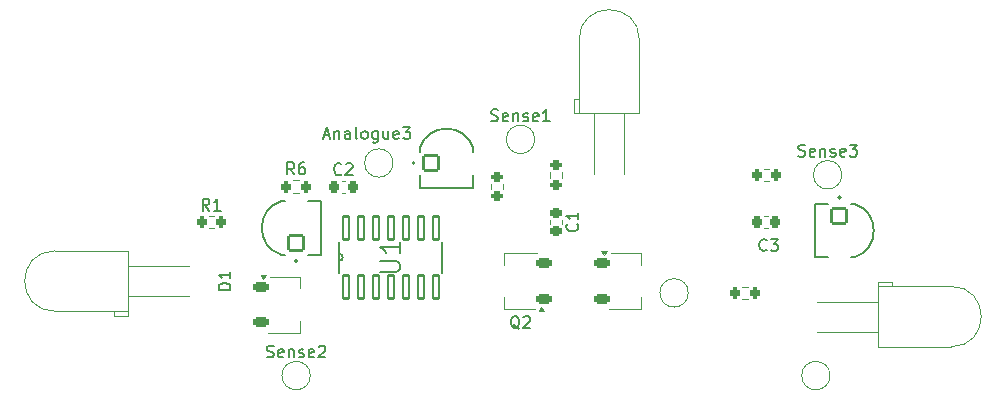
<source format=gbr>
%TF.GenerationSoftware,KiCad,Pcbnew,8.0.1*%
%TF.CreationDate,2024-03-24T23:46:15+02:00*%
%TF.ProjectId,_autosave-_autosave-Assignment 2,5f617574-6f73-4617-9665-2d5f6175746f,rev?*%
%TF.SameCoordinates,Original*%
%TF.FileFunction,Legend,Top*%
%TF.FilePolarity,Positive*%
%FSLAX46Y46*%
G04 Gerber Fmt 4.6, Leading zero omitted, Abs format (unit mm)*
G04 Created by KiCad (PCBNEW 8.0.1) date 2024-03-24 23:46:15*
%MOMM*%
%LPD*%
G01*
G04 APERTURE LIST*
G04 Aperture macros list*
%AMRoundRect*
0 Rectangle with rounded corners*
0 $1 Rounding radius*
0 $2 $3 $4 $5 $6 $7 $8 $9 X,Y pos of 4 corners*
0 Add a 4 corners polygon primitive as box body*
4,1,4,$2,$3,$4,$5,$6,$7,$8,$9,$2,$3,0*
0 Add four circle primitives for the rounded corners*
1,1,$1+$1,$2,$3*
1,1,$1+$1,$4,$5*
1,1,$1+$1,$6,$7*
1,1,$1+$1,$8,$9*
0 Add four rect primitives between the rounded corners*
20,1,$1+$1,$2,$3,$4,$5,0*
20,1,$1+$1,$4,$5,$6,$7,0*
20,1,$1+$1,$6,$7,$8,$9,0*
20,1,$1+$1,$8,$9,$2,$3,0*%
%AMFreePoly0*
4,1,9,3.862500,-0.866500,0.737500,-0.866500,0.737500,-0.450000,-0.737500,-0.450000,-0.737500,0.450000,0.737500,0.450000,0.737500,0.866500,3.862500,0.866500,3.862500,-0.866500,3.862500,-0.866500,$1*%
G04 Aperture macros list end*
%ADD10C,0.150000*%
%ADD11C,0.120000*%
%ADD12C,0.127000*%
%ADD13C,0.200000*%
%ADD14C,0.152400*%
%ADD15C,2.000000*%
%ADD16RoundRect,0.225000X-0.225000X-0.250000X0.225000X-0.250000X0.225000X0.250000X-0.225000X0.250000X0*%
%ADD17R,1.800000X1.800000*%
%ADD18C,1.800000*%
%ADD19RoundRect,0.225000X0.225000X0.250000X-0.225000X0.250000X-0.225000X-0.250000X0.225000X-0.250000X0*%
%ADD20RoundRect,0.225000X-0.425000X-0.225000X0.425000X-0.225000X0.425000X0.225000X-0.425000X0.225000X0*%
%ADD21FreePoly0,0.000000*%
%ADD22RoundRect,0.200000X0.275000X-0.200000X0.275000X0.200000X-0.275000X0.200000X-0.275000X-0.200000X0*%
%ADD23RoundRect,0.200000X0.200000X0.275000X-0.200000X0.275000X-0.200000X-0.275000X0.200000X-0.275000X0*%
%ADD24C,1.462000*%
%ADD25RoundRect,0.102000X0.629000X-0.629000X0.629000X0.629000X-0.629000X0.629000X-0.629000X-0.629000X0*%
%ADD26RoundRect,0.102000X-0.629000X-0.629000X0.629000X-0.629000X0.629000X0.629000X-0.629000X0.629000X0*%
%ADD27RoundRect,0.200000X-0.275000X0.200000X-0.275000X-0.200000X0.275000X-0.200000X0.275000X0.200000X0*%
%ADD28RoundRect,0.225000X-0.250000X0.225000X-0.250000X-0.225000X0.250000X-0.225000X0.250000X0.225000X0*%
%ADD29RoundRect,0.102000X-0.629000X0.629000X-0.629000X-0.629000X0.629000X-0.629000X0.629000X0.629000X0*%
%ADD30RoundRect,0.225000X0.425000X0.225000X-0.425000X0.225000X-0.425000X-0.225000X0.425000X-0.225000X0*%
%ADD31FreePoly0,180.000000*%
%ADD32RoundRect,0.102000X0.254000X-0.990600X0.254000X0.990600X-0.254000X0.990600X-0.254000X-0.990600X0*%
%ADD33RoundRect,0.200000X-0.200000X-0.275000X0.200000X-0.275000X0.200000X0.275000X-0.200000X0.275000X0*%
%ADD34R,1.700000X1.700000*%
%ADD35O,1.700000X1.700000*%
G04 APERTURE END LIST*
D10*
X120523809Y-124409200D02*
X120666666Y-124456819D01*
X120666666Y-124456819D02*
X120904761Y-124456819D01*
X120904761Y-124456819D02*
X120999999Y-124409200D01*
X120999999Y-124409200D02*
X121047618Y-124361580D01*
X121047618Y-124361580D02*
X121095237Y-124266342D01*
X121095237Y-124266342D02*
X121095237Y-124171104D01*
X121095237Y-124171104D02*
X121047618Y-124075866D01*
X121047618Y-124075866D02*
X120999999Y-124028247D01*
X120999999Y-124028247D02*
X120904761Y-123980628D01*
X120904761Y-123980628D02*
X120714285Y-123933009D01*
X120714285Y-123933009D02*
X120619047Y-123885390D01*
X120619047Y-123885390D02*
X120571428Y-123837771D01*
X120571428Y-123837771D02*
X120523809Y-123742533D01*
X120523809Y-123742533D02*
X120523809Y-123647295D01*
X120523809Y-123647295D02*
X120571428Y-123552057D01*
X120571428Y-123552057D02*
X120619047Y-123504438D01*
X120619047Y-123504438D02*
X120714285Y-123456819D01*
X120714285Y-123456819D02*
X120952380Y-123456819D01*
X120952380Y-123456819D02*
X121095237Y-123504438D01*
X121904761Y-124409200D02*
X121809523Y-124456819D01*
X121809523Y-124456819D02*
X121619047Y-124456819D01*
X121619047Y-124456819D02*
X121523809Y-124409200D01*
X121523809Y-124409200D02*
X121476190Y-124313961D01*
X121476190Y-124313961D02*
X121476190Y-123933009D01*
X121476190Y-123933009D02*
X121523809Y-123837771D01*
X121523809Y-123837771D02*
X121619047Y-123790152D01*
X121619047Y-123790152D02*
X121809523Y-123790152D01*
X121809523Y-123790152D02*
X121904761Y-123837771D01*
X121904761Y-123837771D02*
X121952380Y-123933009D01*
X121952380Y-123933009D02*
X121952380Y-124028247D01*
X121952380Y-124028247D02*
X121476190Y-124123485D01*
X122380952Y-123790152D02*
X122380952Y-124456819D01*
X122380952Y-123885390D02*
X122428571Y-123837771D01*
X122428571Y-123837771D02*
X122523809Y-123790152D01*
X122523809Y-123790152D02*
X122666666Y-123790152D01*
X122666666Y-123790152D02*
X122761904Y-123837771D01*
X122761904Y-123837771D02*
X122809523Y-123933009D01*
X122809523Y-123933009D02*
X122809523Y-124456819D01*
X123238095Y-124409200D02*
X123333333Y-124456819D01*
X123333333Y-124456819D02*
X123523809Y-124456819D01*
X123523809Y-124456819D02*
X123619047Y-124409200D01*
X123619047Y-124409200D02*
X123666666Y-124313961D01*
X123666666Y-124313961D02*
X123666666Y-124266342D01*
X123666666Y-124266342D02*
X123619047Y-124171104D01*
X123619047Y-124171104D02*
X123523809Y-124123485D01*
X123523809Y-124123485D02*
X123380952Y-124123485D01*
X123380952Y-124123485D02*
X123285714Y-124075866D01*
X123285714Y-124075866D02*
X123238095Y-123980628D01*
X123238095Y-123980628D02*
X123238095Y-123933009D01*
X123238095Y-123933009D02*
X123285714Y-123837771D01*
X123285714Y-123837771D02*
X123380952Y-123790152D01*
X123380952Y-123790152D02*
X123523809Y-123790152D01*
X123523809Y-123790152D02*
X123619047Y-123837771D01*
X124476190Y-124409200D02*
X124380952Y-124456819D01*
X124380952Y-124456819D02*
X124190476Y-124456819D01*
X124190476Y-124456819D02*
X124095238Y-124409200D01*
X124095238Y-124409200D02*
X124047619Y-124313961D01*
X124047619Y-124313961D02*
X124047619Y-123933009D01*
X124047619Y-123933009D02*
X124095238Y-123837771D01*
X124095238Y-123837771D02*
X124190476Y-123790152D01*
X124190476Y-123790152D02*
X124380952Y-123790152D01*
X124380952Y-123790152D02*
X124476190Y-123837771D01*
X124476190Y-123837771D02*
X124523809Y-123933009D01*
X124523809Y-123933009D02*
X124523809Y-124028247D01*
X124523809Y-124028247D02*
X124047619Y-124123485D01*
X124904762Y-123552057D02*
X124952381Y-123504438D01*
X124952381Y-123504438D02*
X125047619Y-123456819D01*
X125047619Y-123456819D02*
X125285714Y-123456819D01*
X125285714Y-123456819D02*
X125380952Y-123504438D01*
X125380952Y-123504438D02*
X125428571Y-123552057D01*
X125428571Y-123552057D02*
X125476190Y-123647295D01*
X125476190Y-123647295D02*
X125476190Y-123742533D01*
X125476190Y-123742533D02*
X125428571Y-123885390D01*
X125428571Y-123885390D02*
X124857143Y-124456819D01*
X124857143Y-124456819D02*
X125476190Y-124456819D01*
X126833333Y-108929580D02*
X126785714Y-108977200D01*
X126785714Y-108977200D02*
X126642857Y-109024819D01*
X126642857Y-109024819D02*
X126547619Y-109024819D01*
X126547619Y-109024819D02*
X126404762Y-108977200D01*
X126404762Y-108977200D02*
X126309524Y-108881961D01*
X126309524Y-108881961D02*
X126261905Y-108786723D01*
X126261905Y-108786723D02*
X126214286Y-108596247D01*
X126214286Y-108596247D02*
X126214286Y-108453390D01*
X126214286Y-108453390D02*
X126261905Y-108262914D01*
X126261905Y-108262914D02*
X126309524Y-108167676D01*
X126309524Y-108167676D02*
X126404762Y-108072438D01*
X126404762Y-108072438D02*
X126547619Y-108024819D01*
X126547619Y-108024819D02*
X126642857Y-108024819D01*
X126642857Y-108024819D02*
X126785714Y-108072438D01*
X126785714Y-108072438D02*
X126833333Y-108120057D01*
X127214286Y-108120057D02*
X127261905Y-108072438D01*
X127261905Y-108072438D02*
X127357143Y-108024819D01*
X127357143Y-108024819D02*
X127595238Y-108024819D01*
X127595238Y-108024819D02*
X127690476Y-108072438D01*
X127690476Y-108072438D02*
X127738095Y-108120057D01*
X127738095Y-108120057D02*
X127785714Y-108215295D01*
X127785714Y-108215295D02*
X127785714Y-108310533D01*
X127785714Y-108310533D02*
X127738095Y-108453390D01*
X127738095Y-108453390D02*
X127166667Y-109024819D01*
X127166667Y-109024819D02*
X127785714Y-109024819D01*
X139523809Y-104409200D02*
X139666666Y-104456819D01*
X139666666Y-104456819D02*
X139904761Y-104456819D01*
X139904761Y-104456819D02*
X139999999Y-104409200D01*
X139999999Y-104409200D02*
X140047618Y-104361580D01*
X140047618Y-104361580D02*
X140095237Y-104266342D01*
X140095237Y-104266342D02*
X140095237Y-104171104D01*
X140095237Y-104171104D02*
X140047618Y-104075866D01*
X140047618Y-104075866D02*
X139999999Y-104028247D01*
X139999999Y-104028247D02*
X139904761Y-103980628D01*
X139904761Y-103980628D02*
X139714285Y-103933009D01*
X139714285Y-103933009D02*
X139619047Y-103885390D01*
X139619047Y-103885390D02*
X139571428Y-103837771D01*
X139571428Y-103837771D02*
X139523809Y-103742533D01*
X139523809Y-103742533D02*
X139523809Y-103647295D01*
X139523809Y-103647295D02*
X139571428Y-103552057D01*
X139571428Y-103552057D02*
X139619047Y-103504438D01*
X139619047Y-103504438D02*
X139714285Y-103456819D01*
X139714285Y-103456819D02*
X139952380Y-103456819D01*
X139952380Y-103456819D02*
X140095237Y-103504438D01*
X140904761Y-104409200D02*
X140809523Y-104456819D01*
X140809523Y-104456819D02*
X140619047Y-104456819D01*
X140619047Y-104456819D02*
X140523809Y-104409200D01*
X140523809Y-104409200D02*
X140476190Y-104313961D01*
X140476190Y-104313961D02*
X140476190Y-103933009D01*
X140476190Y-103933009D02*
X140523809Y-103837771D01*
X140523809Y-103837771D02*
X140619047Y-103790152D01*
X140619047Y-103790152D02*
X140809523Y-103790152D01*
X140809523Y-103790152D02*
X140904761Y-103837771D01*
X140904761Y-103837771D02*
X140952380Y-103933009D01*
X140952380Y-103933009D02*
X140952380Y-104028247D01*
X140952380Y-104028247D02*
X140476190Y-104123485D01*
X141380952Y-103790152D02*
X141380952Y-104456819D01*
X141380952Y-103885390D02*
X141428571Y-103837771D01*
X141428571Y-103837771D02*
X141523809Y-103790152D01*
X141523809Y-103790152D02*
X141666666Y-103790152D01*
X141666666Y-103790152D02*
X141761904Y-103837771D01*
X141761904Y-103837771D02*
X141809523Y-103933009D01*
X141809523Y-103933009D02*
X141809523Y-104456819D01*
X142238095Y-104409200D02*
X142333333Y-104456819D01*
X142333333Y-104456819D02*
X142523809Y-104456819D01*
X142523809Y-104456819D02*
X142619047Y-104409200D01*
X142619047Y-104409200D02*
X142666666Y-104313961D01*
X142666666Y-104313961D02*
X142666666Y-104266342D01*
X142666666Y-104266342D02*
X142619047Y-104171104D01*
X142619047Y-104171104D02*
X142523809Y-104123485D01*
X142523809Y-104123485D02*
X142380952Y-104123485D01*
X142380952Y-104123485D02*
X142285714Y-104075866D01*
X142285714Y-104075866D02*
X142238095Y-103980628D01*
X142238095Y-103980628D02*
X142238095Y-103933009D01*
X142238095Y-103933009D02*
X142285714Y-103837771D01*
X142285714Y-103837771D02*
X142380952Y-103790152D01*
X142380952Y-103790152D02*
X142523809Y-103790152D01*
X142523809Y-103790152D02*
X142619047Y-103837771D01*
X143476190Y-104409200D02*
X143380952Y-104456819D01*
X143380952Y-104456819D02*
X143190476Y-104456819D01*
X143190476Y-104456819D02*
X143095238Y-104409200D01*
X143095238Y-104409200D02*
X143047619Y-104313961D01*
X143047619Y-104313961D02*
X143047619Y-103933009D01*
X143047619Y-103933009D02*
X143095238Y-103837771D01*
X143095238Y-103837771D02*
X143190476Y-103790152D01*
X143190476Y-103790152D02*
X143380952Y-103790152D01*
X143380952Y-103790152D02*
X143476190Y-103837771D01*
X143476190Y-103837771D02*
X143523809Y-103933009D01*
X143523809Y-103933009D02*
X143523809Y-104028247D01*
X143523809Y-104028247D02*
X143047619Y-104123485D01*
X144476190Y-104456819D02*
X143904762Y-104456819D01*
X144190476Y-104456819D02*
X144190476Y-103456819D01*
X144190476Y-103456819D02*
X144095238Y-103599676D01*
X144095238Y-103599676D02*
X144000000Y-103694914D01*
X144000000Y-103694914D02*
X143904762Y-103742533D01*
X117439819Y-118733094D02*
X116439819Y-118733094D01*
X116439819Y-118733094D02*
X116439819Y-118494999D01*
X116439819Y-118494999D02*
X116487438Y-118352142D01*
X116487438Y-118352142D02*
X116582676Y-118256904D01*
X116582676Y-118256904D02*
X116677914Y-118209285D01*
X116677914Y-118209285D02*
X116868390Y-118161666D01*
X116868390Y-118161666D02*
X117011247Y-118161666D01*
X117011247Y-118161666D02*
X117201723Y-118209285D01*
X117201723Y-118209285D02*
X117296961Y-118256904D01*
X117296961Y-118256904D02*
X117392200Y-118352142D01*
X117392200Y-118352142D02*
X117439819Y-118494999D01*
X117439819Y-118494999D02*
X117439819Y-118733094D01*
X117439819Y-117209285D02*
X117439819Y-117780713D01*
X117439819Y-117494999D02*
X116439819Y-117494999D01*
X116439819Y-117494999D02*
X116582676Y-117590237D01*
X116582676Y-117590237D02*
X116677914Y-117685475D01*
X116677914Y-117685475D02*
X116725533Y-117780713D01*
X165523809Y-107409200D02*
X165666666Y-107456819D01*
X165666666Y-107456819D02*
X165904761Y-107456819D01*
X165904761Y-107456819D02*
X165999999Y-107409200D01*
X165999999Y-107409200D02*
X166047618Y-107361580D01*
X166047618Y-107361580D02*
X166095237Y-107266342D01*
X166095237Y-107266342D02*
X166095237Y-107171104D01*
X166095237Y-107171104D02*
X166047618Y-107075866D01*
X166047618Y-107075866D02*
X165999999Y-107028247D01*
X165999999Y-107028247D02*
X165904761Y-106980628D01*
X165904761Y-106980628D02*
X165714285Y-106933009D01*
X165714285Y-106933009D02*
X165619047Y-106885390D01*
X165619047Y-106885390D02*
X165571428Y-106837771D01*
X165571428Y-106837771D02*
X165523809Y-106742533D01*
X165523809Y-106742533D02*
X165523809Y-106647295D01*
X165523809Y-106647295D02*
X165571428Y-106552057D01*
X165571428Y-106552057D02*
X165619047Y-106504438D01*
X165619047Y-106504438D02*
X165714285Y-106456819D01*
X165714285Y-106456819D02*
X165952380Y-106456819D01*
X165952380Y-106456819D02*
X166095237Y-106504438D01*
X166904761Y-107409200D02*
X166809523Y-107456819D01*
X166809523Y-107456819D02*
X166619047Y-107456819D01*
X166619047Y-107456819D02*
X166523809Y-107409200D01*
X166523809Y-107409200D02*
X166476190Y-107313961D01*
X166476190Y-107313961D02*
X166476190Y-106933009D01*
X166476190Y-106933009D02*
X166523809Y-106837771D01*
X166523809Y-106837771D02*
X166619047Y-106790152D01*
X166619047Y-106790152D02*
X166809523Y-106790152D01*
X166809523Y-106790152D02*
X166904761Y-106837771D01*
X166904761Y-106837771D02*
X166952380Y-106933009D01*
X166952380Y-106933009D02*
X166952380Y-107028247D01*
X166952380Y-107028247D02*
X166476190Y-107123485D01*
X167380952Y-106790152D02*
X167380952Y-107456819D01*
X167380952Y-106885390D02*
X167428571Y-106837771D01*
X167428571Y-106837771D02*
X167523809Y-106790152D01*
X167523809Y-106790152D02*
X167666666Y-106790152D01*
X167666666Y-106790152D02*
X167761904Y-106837771D01*
X167761904Y-106837771D02*
X167809523Y-106933009D01*
X167809523Y-106933009D02*
X167809523Y-107456819D01*
X168238095Y-107409200D02*
X168333333Y-107456819D01*
X168333333Y-107456819D02*
X168523809Y-107456819D01*
X168523809Y-107456819D02*
X168619047Y-107409200D01*
X168619047Y-107409200D02*
X168666666Y-107313961D01*
X168666666Y-107313961D02*
X168666666Y-107266342D01*
X168666666Y-107266342D02*
X168619047Y-107171104D01*
X168619047Y-107171104D02*
X168523809Y-107123485D01*
X168523809Y-107123485D02*
X168380952Y-107123485D01*
X168380952Y-107123485D02*
X168285714Y-107075866D01*
X168285714Y-107075866D02*
X168238095Y-106980628D01*
X168238095Y-106980628D02*
X168238095Y-106933009D01*
X168238095Y-106933009D02*
X168285714Y-106837771D01*
X168285714Y-106837771D02*
X168380952Y-106790152D01*
X168380952Y-106790152D02*
X168523809Y-106790152D01*
X168523809Y-106790152D02*
X168619047Y-106837771D01*
X169476190Y-107409200D02*
X169380952Y-107456819D01*
X169380952Y-107456819D02*
X169190476Y-107456819D01*
X169190476Y-107456819D02*
X169095238Y-107409200D01*
X169095238Y-107409200D02*
X169047619Y-107313961D01*
X169047619Y-107313961D02*
X169047619Y-106933009D01*
X169047619Y-106933009D02*
X169095238Y-106837771D01*
X169095238Y-106837771D02*
X169190476Y-106790152D01*
X169190476Y-106790152D02*
X169380952Y-106790152D01*
X169380952Y-106790152D02*
X169476190Y-106837771D01*
X169476190Y-106837771D02*
X169523809Y-106933009D01*
X169523809Y-106933009D02*
X169523809Y-107028247D01*
X169523809Y-107028247D02*
X169047619Y-107123485D01*
X169857143Y-106456819D02*
X170476190Y-106456819D01*
X170476190Y-106456819D02*
X170142857Y-106837771D01*
X170142857Y-106837771D02*
X170285714Y-106837771D01*
X170285714Y-106837771D02*
X170380952Y-106885390D01*
X170380952Y-106885390D02*
X170428571Y-106933009D01*
X170428571Y-106933009D02*
X170476190Y-107028247D01*
X170476190Y-107028247D02*
X170476190Y-107266342D01*
X170476190Y-107266342D02*
X170428571Y-107361580D01*
X170428571Y-107361580D02*
X170380952Y-107409200D01*
X170380952Y-107409200D02*
X170285714Y-107456819D01*
X170285714Y-107456819D02*
X170000000Y-107456819D01*
X170000000Y-107456819D02*
X169904762Y-107409200D01*
X169904762Y-107409200D02*
X169857143Y-107361580D01*
X162833333Y-115359580D02*
X162785714Y-115407200D01*
X162785714Y-115407200D02*
X162642857Y-115454819D01*
X162642857Y-115454819D02*
X162547619Y-115454819D01*
X162547619Y-115454819D02*
X162404762Y-115407200D01*
X162404762Y-115407200D02*
X162309524Y-115311961D01*
X162309524Y-115311961D02*
X162261905Y-115216723D01*
X162261905Y-115216723D02*
X162214286Y-115026247D01*
X162214286Y-115026247D02*
X162214286Y-114883390D01*
X162214286Y-114883390D02*
X162261905Y-114692914D01*
X162261905Y-114692914D02*
X162309524Y-114597676D01*
X162309524Y-114597676D02*
X162404762Y-114502438D01*
X162404762Y-114502438D02*
X162547619Y-114454819D01*
X162547619Y-114454819D02*
X162642857Y-114454819D01*
X162642857Y-114454819D02*
X162785714Y-114502438D01*
X162785714Y-114502438D02*
X162833333Y-114550057D01*
X163166667Y-114454819D02*
X163785714Y-114454819D01*
X163785714Y-114454819D02*
X163452381Y-114835771D01*
X163452381Y-114835771D02*
X163595238Y-114835771D01*
X163595238Y-114835771D02*
X163690476Y-114883390D01*
X163690476Y-114883390D02*
X163738095Y-114931009D01*
X163738095Y-114931009D02*
X163785714Y-115026247D01*
X163785714Y-115026247D02*
X163785714Y-115264342D01*
X163785714Y-115264342D02*
X163738095Y-115359580D01*
X163738095Y-115359580D02*
X163690476Y-115407200D01*
X163690476Y-115407200D02*
X163595238Y-115454819D01*
X163595238Y-115454819D02*
X163309524Y-115454819D01*
X163309524Y-115454819D02*
X163214286Y-115407200D01*
X163214286Y-115407200D02*
X163166667Y-115359580D01*
X122833333Y-108954819D02*
X122500000Y-108478628D01*
X122261905Y-108954819D02*
X122261905Y-107954819D01*
X122261905Y-107954819D02*
X122642857Y-107954819D01*
X122642857Y-107954819D02*
X122738095Y-108002438D01*
X122738095Y-108002438D02*
X122785714Y-108050057D01*
X122785714Y-108050057D02*
X122833333Y-108145295D01*
X122833333Y-108145295D02*
X122833333Y-108288152D01*
X122833333Y-108288152D02*
X122785714Y-108383390D01*
X122785714Y-108383390D02*
X122738095Y-108431009D01*
X122738095Y-108431009D02*
X122642857Y-108478628D01*
X122642857Y-108478628D02*
X122261905Y-108478628D01*
X123690476Y-107954819D02*
X123500000Y-107954819D01*
X123500000Y-107954819D02*
X123404762Y-108002438D01*
X123404762Y-108002438D02*
X123357143Y-108050057D01*
X123357143Y-108050057D02*
X123261905Y-108192914D01*
X123261905Y-108192914D02*
X123214286Y-108383390D01*
X123214286Y-108383390D02*
X123214286Y-108764342D01*
X123214286Y-108764342D02*
X123261905Y-108859580D01*
X123261905Y-108859580D02*
X123309524Y-108907200D01*
X123309524Y-108907200D02*
X123404762Y-108954819D01*
X123404762Y-108954819D02*
X123595238Y-108954819D01*
X123595238Y-108954819D02*
X123690476Y-108907200D01*
X123690476Y-108907200D02*
X123738095Y-108859580D01*
X123738095Y-108859580D02*
X123785714Y-108764342D01*
X123785714Y-108764342D02*
X123785714Y-108526247D01*
X123785714Y-108526247D02*
X123738095Y-108431009D01*
X123738095Y-108431009D02*
X123690476Y-108383390D01*
X123690476Y-108383390D02*
X123595238Y-108335771D01*
X123595238Y-108335771D02*
X123404762Y-108335771D01*
X123404762Y-108335771D02*
X123309524Y-108383390D01*
X123309524Y-108383390D02*
X123261905Y-108431009D01*
X123261905Y-108431009D02*
X123214286Y-108526247D01*
X146789580Y-113166666D02*
X146837200Y-113214285D01*
X146837200Y-113214285D02*
X146884819Y-113357142D01*
X146884819Y-113357142D02*
X146884819Y-113452380D01*
X146884819Y-113452380D02*
X146837200Y-113595237D01*
X146837200Y-113595237D02*
X146741961Y-113690475D01*
X146741961Y-113690475D02*
X146646723Y-113738094D01*
X146646723Y-113738094D02*
X146456247Y-113785713D01*
X146456247Y-113785713D02*
X146313390Y-113785713D01*
X146313390Y-113785713D02*
X146122914Y-113738094D01*
X146122914Y-113738094D02*
X146027676Y-113690475D01*
X146027676Y-113690475D02*
X145932438Y-113595237D01*
X145932438Y-113595237D02*
X145884819Y-113452380D01*
X145884819Y-113452380D02*
X145884819Y-113357142D01*
X145884819Y-113357142D02*
X145932438Y-113214285D01*
X145932438Y-113214285D02*
X145980057Y-113166666D01*
X146884819Y-112214285D02*
X146884819Y-112785713D01*
X146884819Y-112499999D02*
X145884819Y-112499999D01*
X145884819Y-112499999D02*
X146027676Y-112595237D01*
X146027676Y-112595237D02*
X146122914Y-112690475D01*
X146122914Y-112690475D02*
X146170533Y-112785713D01*
X125333333Y-105669104D02*
X125809523Y-105669104D01*
X125238095Y-105954819D02*
X125571428Y-104954819D01*
X125571428Y-104954819D02*
X125904761Y-105954819D01*
X126238095Y-105288152D02*
X126238095Y-105954819D01*
X126238095Y-105383390D02*
X126285714Y-105335771D01*
X126285714Y-105335771D02*
X126380952Y-105288152D01*
X126380952Y-105288152D02*
X126523809Y-105288152D01*
X126523809Y-105288152D02*
X126619047Y-105335771D01*
X126619047Y-105335771D02*
X126666666Y-105431009D01*
X126666666Y-105431009D02*
X126666666Y-105954819D01*
X127571428Y-105954819D02*
X127571428Y-105431009D01*
X127571428Y-105431009D02*
X127523809Y-105335771D01*
X127523809Y-105335771D02*
X127428571Y-105288152D01*
X127428571Y-105288152D02*
X127238095Y-105288152D01*
X127238095Y-105288152D02*
X127142857Y-105335771D01*
X127571428Y-105907200D02*
X127476190Y-105954819D01*
X127476190Y-105954819D02*
X127238095Y-105954819D01*
X127238095Y-105954819D02*
X127142857Y-105907200D01*
X127142857Y-105907200D02*
X127095238Y-105811961D01*
X127095238Y-105811961D02*
X127095238Y-105716723D01*
X127095238Y-105716723D02*
X127142857Y-105621485D01*
X127142857Y-105621485D02*
X127238095Y-105573866D01*
X127238095Y-105573866D02*
X127476190Y-105573866D01*
X127476190Y-105573866D02*
X127571428Y-105526247D01*
X128190476Y-105954819D02*
X128095238Y-105907200D01*
X128095238Y-105907200D02*
X128047619Y-105811961D01*
X128047619Y-105811961D02*
X128047619Y-104954819D01*
X128714286Y-105954819D02*
X128619048Y-105907200D01*
X128619048Y-105907200D02*
X128571429Y-105859580D01*
X128571429Y-105859580D02*
X128523810Y-105764342D01*
X128523810Y-105764342D02*
X128523810Y-105478628D01*
X128523810Y-105478628D02*
X128571429Y-105383390D01*
X128571429Y-105383390D02*
X128619048Y-105335771D01*
X128619048Y-105335771D02*
X128714286Y-105288152D01*
X128714286Y-105288152D02*
X128857143Y-105288152D01*
X128857143Y-105288152D02*
X128952381Y-105335771D01*
X128952381Y-105335771D02*
X129000000Y-105383390D01*
X129000000Y-105383390D02*
X129047619Y-105478628D01*
X129047619Y-105478628D02*
X129047619Y-105764342D01*
X129047619Y-105764342D02*
X129000000Y-105859580D01*
X129000000Y-105859580D02*
X128952381Y-105907200D01*
X128952381Y-105907200D02*
X128857143Y-105954819D01*
X128857143Y-105954819D02*
X128714286Y-105954819D01*
X129904762Y-105288152D02*
X129904762Y-106097676D01*
X129904762Y-106097676D02*
X129857143Y-106192914D01*
X129857143Y-106192914D02*
X129809524Y-106240533D01*
X129809524Y-106240533D02*
X129714286Y-106288152D01*
X129714286Y-106288152D02*
X129571429Y-106288152D01*
X129571429Y-106288152D02*
X129476191Y-106240533D01*
X129904762Y-105907200D02*
X129809524Y-105954819D01*
X129809524Y-105954819D02*
X129619048Y-105954819D01*
X129619048Y-105954819D02*
X129523810Y-105907200D01*
X129523810Y-105907200D02*
X129476191Y-105859580D01*
X129476191Y-105859580D02*
X129428572Y-105764342D01*
X129428572Y-105764342D02*
X129428572Y-105478628D01*
X129428572Y-105478628D02*
X129476191Y-105383390D01*
X129476191Y-105383390D02*
X129523810Y-105335771D01*
X129523810Y-105335771D02*
X129619048Y-105288152D01*
X129619048Y-105288152D02*
X129809524Y-105288152D01*
X129809524Y-105288152D02*
X129904762Y-105335771D01*
X130809524Y-105288152D02*
X130809524Y-105954819D01*
X130380953Y-105288152D02*
X130380953Y-105811961D01*
X130380953Y-105811961D02*
X130428572Y-105907200D01*
X130428572Y-105907200D02*
X130523810Y-105954819D01*
X130523810Y-105954819D02*
X130666667Y-105954819D01*
X130666667Y-105954819D02*
X130761905Y-105907200D01*
X130761905Y-105907200D02*
X130809524Y-105859580D01*
X131666667Y-105907200D02*
X131571429Y-105954819D01*
X131571429Y-105954819D02*
X131380953Y-105954819D01*
X131380953Y-105954819D02*
X131285715Y-105907200D01*
X131285715Y-105907200D02*
X131238096Y-105811961D01*
X131238096Y-105811961D02*
X131238096Y-105431009D01*
X131238096Y-105431009D02*
X131285715Y-105335771D01*
X131285715Y-105335771D02*
X131380953Y-105288152D01*
X131380953Y-105288152D02*
X131571429Y-105288152D01*
X131571429Y-105288152D02*
X131666667Y-105335771D01*
X131666667Y-105335771D02*
X131714286Y-105431009D01*
X131714286Y-105431009D02*
X131714286Y-105526247D01*
X131714286Y-105526247D02*
X131238096Y-105621485D01*
X132047620Y-104954819D02*
X132666667Y-104954819D01*
X132666667Y-104954819D02*
X132333334Y-105335771D01*
X132333334Y-105335771D02*
X132476191Y-105335771D01*
X132476191Y-105335771D02*
X132571429Y-105383390D01*
X132571429Y-105383390D02*
X132619048Y-105431009D01*
X132619048Y-105431009D02*
X132666667Y-105526247D01*
X132666667Y-105526247D02*
X132666667Y-105764342D01*
X132666667Y-105764342D02*
X132619048Y-105859580D01*
X132619048Y-105859580D02*
X132571429Y-105907200D01*
X132571429Y-105907200D02*
X132476191Y-105954819D01*
X132476191Y-105954819D02*
X132190477Y-105954819D01*
X132190477Y-105954819D02*
X132095239Y-105907200D01*
X132095239Y-105907200D02*
X132047620Y-105859580D01*
X141904761Y-122050057D02*
X141809523Y-122002438D01*
X141809523Y-122002438D02*
X141714285Y-121907200D01*
X141714285Y-121907200D02*
X141571428Y-121764342D01*
X141571428Y-121764342D02*
X141476190Y-121716723D01*
X141476190Y-121716723D02*
X141380952Y-121716723D01*
X141428571Y-121954819D02*
X141333333Y-121907200D01*
X141333333Y-121907200D02*
X141238095Y-121811961D01*
X141238095Y-121811961D02*
X141190476Y-121621485D01*
X141190476Y-121621485D02*
X141190476Y-121288152D01*
X141190476Y-121288152D02*
X141238095Y-121097676D01*
X141238095Y-121097676D02*
X141333333Y-121002438D01*
X141333333Y-121002438D02*
X141428571Y-120954819D01*
X141428571Y-120954819D02*
X141619047Y-120954819D01*
X141619047Y-120954819D02*
X141714285Y-121002438D01*
X141714285Y-121002438D02*
X141809523Y-121097676D01*
X141809523Y-121097676D02*
X141857142Y-121288152D01*
X141857142Y-121288152D02*
X141857142Y-121621485D01*
X141857142Y-121621485D02*
X141809523Y-121811961D01*
X141809523Y-121811961D02*
X141714285Y-121907200D01*
X141714285Y-121907200D02*
X141619047Y-121954819D01*
X141619047Y-121954819D02*
X141428571Y-121954819D01*
X142238095Y-121050057D02*
X142285714Y-121002438D01*
X142285714Y-121002438D02*
X142380952Y-120954819D01*
X142380952Y-120954819D02*
X142619047Y-120954819D01*
X142619047Y-120954819D02*
X142714285Y-121002438D01*
X142714285Y-121002438D02*
X142761904Y-121050057D01*
X142761904Y-121050057D02*
X142809523Y-121145295D01*
X142809523Y-121145295D02*
X142809523Y-121240533D01*
X142809523Y-121240533D02*
X142761904Y-121383390D01*
X142761904Y-121383390D02*
X142190476Y-121954819D01*
X142190476Y-121954819D02*
X142809523Y-121954819D01*
X130110024Y-117250759D02*
X131438956Y-117250759D01*
X131438956Y-117250759D02*
X131595301Y-117172587D01*
X131595301Y-117172587D02*
X131673474Y-117094414D01*
X131673474Y-117094414D02*
X131751646Y-116938069D01*
X131751646Y-116938069D02*
X131751646Y-116625379D01*
X131751646Y-116625379D02*
X131673474Y-116469034D01*
X131673474Y-116469034D02*
X131595301Y-116390862D01*
X131595301Y-116390862D02*
X131438956Y-116312689D01*
X131438956Y-116312689D02*
X130110024Y-116312689D01*
X131751646Y-114671068D02*
X131751646Y-115609138D01*
X131751646Y-115140103D02*
X130110024Y-115140103D01*
X130110024Y-115140103D02*
X130344541Y-115296448D01*
X130344541Y-115296448D02*
X130500886Y-115452793D01*
X130500886Y-115452793D02*
X130579059Y-115609138D01*
X115658333Y-112024819D02*
X115325000Y-111548628D01*
X115086905Y-112024819D02*
X115086905Y-111024819D01*
X115086905Y-111024819D02*
X115467857Y-111024819D01*
X115467857Y-111024819D02*
X115563095Y-111072438D01*
X115563095Y-111072438D02*
X115610714Y-111120057D01*
X115610714Y-111120057D02*
X115658333Y-111215295D01*
X115658333Y-111215295D02*
X115658333Y-111358152D01*
X115658333Y-111358152D02*
X115610714Y-111453390D01*
X115610714Y-111453390D02*
X115563095Y-111501009D01*
X115563095Y-111501009D02*
X115467857Y-111548628D01*
X115467857Y-111548628D02*
X115086905Y-111548628D01*
X116610714Y-112024819D02*
X116039286Y-112024819D01*
X116325000Y-112024819D02*
X116325000Y-111024819D01*
X116325000Y-111024819D02*
X116229762Y-111167676D01*
X116229762Y-111167676D02*
X116134524Y-111262914D01*
X116134524Y-111262914D02*
X116039286Y-111310533D01*
D11*
%TO.C,Sense2*%
X124200000Y-126000000D02*
G75*
G02*
X121800000Y-126000000I-1200000J0D01*
G01*
X121800000Y-126000000D02*
G75*
G02*
X124200000Y-126000000I1200000J0D01*
G01*
%TO.C,Analogue1*%
X168200000Y-126000000D02*
G75*
G02*
X165800000Y-126000000I-1200000J0D01*
G01*
X165800000Y-126000000D02*
G75*
G02*
X168200000Y-126000000I1200000J0D01*
G01*
%TO.C,C2*%
X126859420Y-109490000D02*
X127140580Y-109490000D01*
X126859420Y-110510000D02*
X127140580Y-110510000D01*
%TO.C,Sense1*%
X143200000Y-106000000D02*
G75*
G02*
X140800000Y-106000000I-1200000J0D01*
G01*
X140800000Y-106000000D02*
G75*
G02*
X143200000Y-106000000I1200000J0D01*
G01*
%TO.C,D1*%
X107615000Y-120555000D02*
X108735000Y-120555000D01*
X107615000Y-120955000D02*
X107615000Y-120555000D01*
X108735000Y-115435000D02*
X102575000Y-115435000D01*
X108735000Y-115435000D02*
X108735000Y-120555000D01*
X108735000Y-116725000D02*
X108735000Y-116725000D01*
X108735000Y-116725000D02*
X113945000Y-116725000D01*
X108735000Y-119265000D02*
X108735000Y-119265000D01*
X108735000Y-119265000D02*
X113945000Y-119265000D01*
X108735000Y-120555000D02*
X102575000Y-120555000D01*
X108735000Y-120555000D02*
X108735000Y-120955000D01*
X108735000Y-120955000D02*
X107615000Y-120955000D01*
X113945000Y-116725000D02*
X108735000Y-116725000D01*
X113945000Y-116725000D02*
X113945000Y-116725000D01*
X113945000Y-119265000D02*
X108735000Y-119265000D01*
X113945000Y-119265000D02*
X113945000Y-119265000D01*
X102575000Y-120555000D02*
G75*
G02*
X102575000Y-115435000I0J2560000D01*
G01*
%TO.C,Sense3*%
X169200000Y-109000000D02*
G75*
G02*
X166800000Y-109000000I-1200000J0D01*
G01*
X166800000Y-109000000D02*
G75*
G02*
X169200000Y-109000000I1200000J0D01*
G01*
%TO.C,C3*%
X162915580Y-112490000D02*
X162634420Y-112490000D01*
X162915580Y-113510000D02*
X162634420Y-113510000D01*
%TO.C,D6*%
X167080000Y-119735000D02*
X167080000Y-119735000D01*
X167080000Y-119735000D02*
X172290000Y-119735000D01*
X167080000Y-122275000D02*
X167080000Y-122275000D01*
X167080000Y-122275000D02*
X172290000Y-122275000D01*
X172290000Y-118045000D02*
X173410000Y-118045000D01*
X172290000Y-118445000D02*
X172290000Y-118045000D01*
X172290000Y-118445000D02*
X178450000Y-118445000D01*
X172290000Y-119735000D02*
X167080000Y-119735000D01*
X172290000Y-119735000D02*
X172290000Y-119735000D01*
X172290000Y-122275000D02*
X167080000Y-122275000D01*
X172290000Y-122275000D02*
X172290000Y-122275000D01*
X172290000Y-123565000D02*
X172290000Y-118445000D01*
X172290000Y-123565000D02*
X178450000Y-123565000D01*
X173410000Y-118045000D02*
X173410000Y-118445000D01*
X173410000Y-118445000D02*
X172290000Y-118445000D01*
X178450000Y-118445000D02*
G75*
G02*
X178450000Y-123565000I0J-2560000D01*
G01*
%TO.C,Q1*%
X120780000Y-117640000D02*
X123360000Y-117640000D01*
X123360000Y-118620000D02*
X123360000Y-117640000D01*
X123360000Y-121380000D02*
X123360000Y-122360000D01*
X123360000Y-122360000D02*
X120640000Y-122360000D01*
X120230000Y-117790000D02*
X119990000Y-117460000D01*
X120470000Y-117460000D01*
X120230000Y-117790000D01*
G36*
X120230000Y-117790000D02*
G01*
X119990000Y-117460000D01*
X120470000Y-117460000D01*
X120230000Y-117790000D01*
G37*
%TO.C,Q3*%
X149642500Y-115640000D02*
X152222500Y-115640000D01*
X152222500Y-116620000D02*
X152222500Y-115640000D01*
X152222500Y-119380000D02*
X152222500Y-120360000D01*
X152222500Y-120360000D02*
X149502500Y-120360000D01*
X149092500Y-115790000D02*
X148852500Y-115460000D01*
X149332500Y-115460000D01*
X149092500Y-115790000D01*
G36*
X149092500Y-115790000D02*
G01*
X148852500Y-115460000D01*
X149332500Y-115460000D01*
X149092500Y-115790000D01*
G37*
%TO.C,R2*%
X144477500Y-109237258D02*
X144477500Y-108762742D01*
X145522500Y-109237258D02*
X145522500Y-108762742D01*
%TO.C,R6*%
X123237258Y-109477500D02*
X122762742Y-109477500D01*
X123237258Y-110522500D02*
X122762742Y-110522500D01*
D12*
%TO.C,D2*%
X121700000Y-115750000D02*
X122060000Y-115750000D01*
X122060000Y-111250000D02*
X121700000Y-111250000D01*
X124005000Y-115750000D02*
X125100000Y-115750000D01*
X125100000Y-111250000D02*
X124005000Y-111250000D01*
X125100000Y-115750000D02*
X125100000Y-111250000D01*
X120100001Y-113500000D02*
G75*
G02*
X121700000Y-111250000I2266130J82419D01*
G01*
X121700000Y-115750000D02*
G75*
G02*
X120100001Y-113500000I666128J2167579D01*
G01*
D13*
X123100000Y-116300000D02*
G75*
G02*
X122900000Y-116300000I-100000J0D01*
G01*
X122900000Y-116300000D02*
G75*
G02*
X123100000Y-116300000I100000J0D01*
G01*
D12*
%TO.C,D4*%
X133480000Y-106700000D02*
X133480000Y-107060000D01*
X133480000Y-109005000D02*
X133480000Y-110100000D01*
X133480000Y-110100000D02*
X137980000Y-110100000D01*
X137980000Y-107060000D02*
X137980000Y-106700000D01*
X137980000Y-110100000D02*
X137980000Y-109005000D01*
X133480000Y-106700000D02*
G75*
G02*
X135730000Y-105100001I2167579J-666128D01*
G01*
X135730000Y-105100001D02*
G75*
G02*
X137980000Y-106700000I82419J-2266130D01*
G01*
D13*
X133030000Y-108000000D02*
G75*
G02*
X132830000Y-108000000I-100000J0D01*
G01*
X132830000Y-108000000D02*
G75*
G02*
X133030000Y-108000000I100000J0D01*
G01*
D11*
%TO.C,D5*%
X146545000Y-102615000D02*
X146945000Y-102615000D01*
X146545000Y-103735000D02*
X146545000Y-102615000D01*
X146945000Y-102615000D02*
X146945000Y-103735000D01*
X146945000Y-103735000D02*
X146545000Y-103735000D01*
X146945000Y-103735000D02*
X146945000Y-97575000D01*
X148235000Y-103735000D02*
X148235000Y-103735000D01*
X148235000Y-103735000D02*
X148235000Y-108945000D01*
X148235000Y-108945000D02*
X148235000Y-103735000D01*
X148235000Y-108945000D02*
X148235000Y-108945000D01*
X150775000Y-103735000D02*
X150775000Y-103735000D01*
X150775000Y-103735000D02*
X150775000Y-108945000D01*
X150775000Y-108945000D02*
X150775000Y-103735000D01*
X150775000Y-108945000D02*
X150775000Y-108945000D01*
X152065000Y-103735000D02*
X146945000Y-103735000D01*
X152065000Y-103735000D02*
X152065000Y-97575000D01*
X146945000Y-97575000D02*
G75*
G02*
X152065000Y-97575000I2560000J0D01*
G01*
%TO.C,R5*%
X139477500Y-109762742D02*
X139477500Y-110237258D01*
X140522500Y-109762742D02*
X140522500Y-110237258D01*
%TO.C,R7*%
X163062258Y-108477500D02*
X162587742Y-108477500D01*
X163062258Y-109522500D02*
X162587742Y-109522500D01*
%TO.C,Analogue2*%
X156200000Y-119000000D02*
G75*
G02*
X153800000Y-119000000I-1200000J0D01*
G01*
X153800000Y-119000000D02*
G75*
G02*
X156200000Y-119000000I1200000J0D01*
G01*
%TO.C,C1*%
X144490000Y-112859420D02*
X144490000Y-113140580D01*
X145510000Y-112859420D02*
X145510000Y-113140580D01*
D12*
%TO.C,D3*%
X166900000Y-111480000D02*
X166900000Y-115980000D01*
X166900000Y-115980000D02*
X167995000Y-115980000D01*
X167995000Y-111480000D02*
X166900000Y-111480000D01*
X169940000Y-115980000D02*
X170300000Y-115980000D01*
X170300000Y-111480000D02*
X169940000Y-111480000D01*
X170300000Y-111480000D02*
G75*
G02*
X171899999Y-113730000I-666128J-2167579D01*
G01*
X171899999Y-113730000D02*
G75*
G02*
X170300000Y-115980000I-2266130J-82419D01*
G01*
D13*
X169100000Y-110930000D02*
G75*
G02*
X168900000Y-110930000I-100000J0D01*
G01*
X168900000Y-110930000D02*
G75*
G02*
X169100000Y-110930000I100000J0D01*
G01*
D11*
%TO.C,Analogue3*%
X131200000Y-108000000D02*
G75*
G02*
X128800000Y-108000000I-1200000J0D01*
G01*
X128800000Y-108000000D02*
G75*
G02*
X131200000Y-108000000I1200000J0D01*
G01*
%TO.C,Q2*%
X140640000Y-115640000D02*
X143360000Y-115640000D01*
X140640000Y-116620000D02*
X140640000Y-115640000D01*
X140640000Y-119380000D02*
X140640000Y-120360000D01*
X143220000Y-120360000D02*
X140640000Y-120360000D01*
X144010000Y-120540000D02*
X143530000Y-120540000D01*
X143770000Y-120210000D01*
X144010000Y-120540000D01*
G36*
X144010000Y-120540000D02*
G01*
X143530000Y-120540000D01*
X143770000Y-120210000D01*
X144010000Y-120540000D01*
G37*
%TO.C,R3*%
X161237258Y-118477500D02*
X160762742Y-118477500D01*
X161237258Y-119522500D02*
X160762742Y-119522500D01*
D14*
%TO.C,U1*%
X126631200Y-114653800D02*
X126631200Y-115695200D01*
X126631200Y-115695200D02*
X126631200Y-116304800D01*
X126631200Y-116304800D02*
X126631200Y-117346200D01*
X135368800Y-117346200D02*
X135368800Y-114653800D01*
X126631200Y-115695200D02*
G75*
G02*
X126631200Y-116304800I0J-304800D01*
G01*
D11*
%TO.C,R1*%
X115587742Y-112477500D02*
X116062258Y-112477500D01*
X115587742Y-113522500D02*
X116062258Y-113522500D01*
%TD*%
%LPC*%
D15*
%TO.C,Sense2*%
X123000000Y-126000000D03*
%TD*%
%TO.C,Analogue1*%
X167000000Y-126000000D03*
%TD*%
D16*
%TO.C,C2*%
X126225000Y-110000000D03*
X127775000Y-110000000D03*
%TD*%
D15*
%TO.C,Sense1*%
X142000000Y-106000000D03*
%TD*%
D17*
%TO.C,D1*%
X115025000Y-116725000D03*
D18*
X115025000Y-119265000D03*
%TD*%
D15*
%TO.C,Sense3*%
X168000000Y-109000000D03*
%TD*%
D19*
%TO.C,C3*%
X163550000Y-113000000D03*
X162000000Y-113000000D03*
%TD*%
D17*
%TO.C,D6*%
X166000000Y-122275000D03*
D18*
X166000000Y-119735000D03*
%TD*%
D20*
%TO.C,Q1*%
X120050000Y-118500000D03*
D21*
X120137500Y-120000000D03*
D20*
X120050000Y-121500000D03*
%TD*%
%TO.C,Q3*%
X148912500Y-116500000D03*
D21*
X149000000Y-118000000D03*
D20*
X148912500Y-119500000D03*
%TD*%
D22*
%TO.C,R2*%
X145000000Y-109825000D03*
X145000000Y-108175000D03*
%TD*%
D23*
%TO.C,R6*%
X123825000Y-110000000D03*
X122175000Y-110000000D03*
%TD*%
D24*
%TO.C,D2*%
X123000000Y-112230000D03*
D25*
X123000000Y-114770000D03*
%TD*%
D24*
%TO.C,D4*%
X137000000Y-108000000D03*
D26*
X134460000Y-108000000D03*
%TD*%
D17*
%TO.C,D5*%
X150775000Y-110025000D03*
D18*
X148235000Y-110025000D03*
%TD*%
D27*
%TO.C,R5*%
X140000000Y-109175000D03*
X140000000Y-110825000D03*
%TD*%
D23*
%TO.C,R7*%
X163650000Y-109000000D03*
X162000000Y-109000000D03*
%TD*%
D15*
%TO.C,Analogue2*%
X155000000Y-119000000D03*
%TD*%
D28*
%TO.C,C1*%
X145000000Y-112225000D03*
X145000000Y-113775000D03*
%TD*%
D24*
%TO.C,D3*%
X169000000Y-115000000D03*
D29*
X169000000Y-112460000D03*
%TD*%
D15*
%TO.C,Analogue3*%
X130000000Y-108000000D03*
%TD*%
D30*
%TO.C,Q2*%
X143950000Y-119500000D03*
D31*
X143862500Y-118000000D03*
D30*
X143950000Y-116500000D03*
%TD*%
D23*
%TO.C,R3*%
X161825000Y-119000000D03*
X160175000Y-119000000D03*
%TD*%
D32*
%TO.C,U1*%
X127190000Y-118463800D03*
X128460000Y-118463800D03*
X129730000Y-118463800D03*
X131000000Y-118463800D03*
X132270000Y-118463800D03*
X133540000Y-118463800D03*
X134810000Y-118463800D03*
X134810000Y-113536200D03*
X133540000Y-113536200D03*
X132270000Y-113536200D03*
X131000000Y-113536200D03*
X129730000Y-113536200D03*
X128460000Y-113536200D03*
X127190000Y-113536200D03*
%TD*%
D33*
%TO.C,R1*%
X115000000Y-113000000D03*
X116650000Y-113000000D03*
%TD*%
D34*
%TO.C,J1*%
X160700000Y-127000000D03*
D35*
X160700000Y-124460000D03*
X158160000Y-127000000D03*
X158160000Y-124460000D03*
X155620000Y-127000000D03*
X155620000Y-124460000D03*
X153080000Y-127000000D03*
X153080000Y-124460000D03*
X150540000Y-127000000D03*
X150540000Y-124460000D03*
X148000000Y-127000000D03*
X148000000Y-124460000D03*
X145460000Y-127000000D03*
X145460000Y-124460000D03*
X142920000Y-127000000D03*
X142920000Y-124460000D03*
X140380000Y-127000000D03*
X140380000Y-124460000D03*
X137840000Y-127000000D03*
X137840000Y-124460000D03*
X135300000Y-127000000D03*
X135300000Y-124460000D03*
X132760000Y-127000000D03*
X132760000Y-124460000D03*
X130220000Y-127000000D03*
X130220000Y-124460000D03*
X127680000Y-127000000D03*
X127680000Y-124460000D03*
%TD*%
%LPD*%
M02*

</source>
